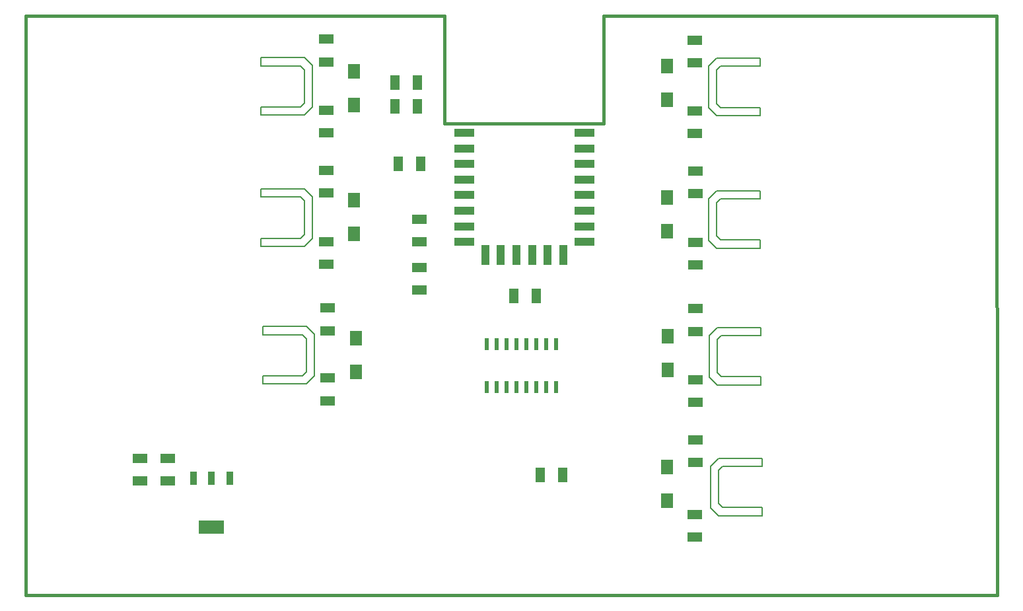
<source format=gbr>
G04 #@! TF.GenerationSoftware,KiCad,Pcbnew,(5.1.6)-1*
G04 #@! TF.CreationDate,2020-06-22T15:28:22+05:30*
G04 #@! TF.ProjectId,ESP8266_RelayBoard,45535038-3236-4365-9f52-656c6179426f,rev?*
G04 #@! TF.SameCoordinates,Original*
G04 #@! TF.FileFunction,Paste,Top*
G04 #@! TF.FilePolarity,Positive*
%FSLAX46Y46*%
G04 Gerber Fmt 4.6, Leading zero omitted, Abs format (unit mm)*
G04 Created by KiCad (PCBNEW (5.1.6)-1) date 2020-06-22 15:28:22*
%MOMM*%
%LPD*%
G01*
G04 APERTURE LIST*
G04 #@! TA.AperFunction,Profile*
%ADD10C,0.203200*%
G04 #@! TD*
G04 #@! TA.AperFunction,Profile*
%ADD11C,0.381000*%
G04 #@! TD*
%ADD12R,0.510000X1.500000*%
%ADD13R,3.200000X1.750000*%
%ADD14R,0.950000X1.750000*%
%ADD15R,2.500000X1.100000*%
%ADD16R,1.100000X2.500000*%
%ADD17R,1.270000X1.905000*%
%ADD18R,1.905000X1.270000*%
%ADD19R,1.524000X1.905000*%
G04 APERTURE END LIST*
D10*
X160464500Y-88265000D02*
X159448500Y-89281000D01*
X166052500Y-88265000D02*
X160464500Y-88265000D01*
X159448500Y-94615000D02*
X160464500Y-95631000D01*
X159448500Y-89281000D02*
X159448500Y-94615000D01*
X160464500Y-95631000D02*
X166052500Y-95631000D01*
X166052500Y-95631000D02*
X166052500Y-94551500D01*
X160464500Y-89789000D02*
X160972500Y-89281000D01*
X166052500Y-94551500D02*
X160972500Y-94551500D01*
X160464500Y-94043500D02*
X160464500Y-89789000D01*
X160972500Y-89281000D02*
X166052500Y-89281000D01*
X166052500Y-89281000D02*
X166052500Y-88265000D01*
X160972500Y-94551500D02*
X160464500Y-94043500D01*
X160337500Y-71501000D02*
X159321500Y-72517000D01*
X165925500Y-71501000D02*
X160337500Y-71501000D01*
X159321500Y-77851000D02*
X160337500Y-78867000D01*
X159321500Y-72517000D02*
X159321500Y-77851000D01*
X160337500Y-78867000D02*
X165925500Y-78867000D01*
X165925500Y-78867000D02*
X165925500Y-77787500D01*
X160337500Y-73025000D02*
X160845500Y-72517000D01*
X165925500Y-77787500D02*
X160845500Y-77787500D01*
X160337500Y-77279500D02*
X160337500Y-73025000D01*
X160845500Y-72517000D02*
X165925500Y-72517000D01*
X165925500Y-72517000D02*
X165925500Y-71501000D01*
X160845500Y-77787500D02*
X160337500Y-77279500D01*
X160274000Y-53975000D02*
X159258000Y-54991000D01*
X165862000Y-53975000D02*
X160274000Y-53975000D01*
X159258000Y-60325000D02*
X160274000Y-61341000D01*
X159258000Y-54991000D02*
X159258000Y-60325000D01*
X160274000Y-61341000D02*
X165862000Y-61341000D01*
X165862000Y-61341000D02*
X165862000Y-60261500D01*
X160274000Y-55499000D02*
X160782000Y-54991000D01*
X165862000Y-60261500D02*
X160782000Y-60261500D01*
X160274000Y-59753500D02*
X160274000Y-55499000D01*
X160782000Y-54991000D02*
X165862000Y-54991000D01*
X165862000Y-54991000D02*
X165862000Y-53975000D01*
X160782000Y-60261500D02*
X160274000Y-59753500D01*
X160274000Y-37020500D02*
X159258000Y-38036500D01*
X165862000Y-37020500D02*
X160274000Y-37020500D01*
X159258000Y-43370500D02*
X160274000Y-44386500D01*
X159258000Y-38036500D02*
X159258000Y-43370500D01*
X160274000Y-44386500D02*
X165862000Y-44386500D01*
X165862000Y-44386500D02*
X165862000Y-43307000D01*
X160274000Y-38544500D02*
X160782000Y-38036500D01*
X165862000Y-43307000D02*
X160782000Y-43307000D01*
X160274000Y-42799000D02*
X160274000Y-38544500D01*
X160782000Y-38036500D02*
X165862000Y-38036500D01*
X165862000Y-38036500D02*
X165862000Y-37020500D01*
X160782000Y-43307000D02*
X160274000Y-42799000D01*
X107378500Y-61087000D02*
X108394500Y-60071000D01*
X101790500Y-61087000D02*
X107378500Y-61087000D01*
X108394500Y-54737000D02*
X107378500Y-53721000D01*
X108394500Y-60071000D02*
X108394500Y-54737000D01*
X107378500Y-53721000D02*
X101790500Y-53721000D01*
X101790500Y-53721000D02*
X101790500Y-54800500D01*
X107378500Y-59563000D02*
X106870500Y-60071000D01*
X101790500Y-54800500D02*
X106870500Y-54800500D01*
X107378500Y-55308500D02*
X107378500Y-59563000D01*
X106870500Y-60071000D02*
X101790500Y-60071000D01*
X101790500Y-60071000D02*
X101790500Y-61087000D01*
X106870500Y-54800500D02*
X107378500Y-55308500D01*
X107696000Y-78740000D02*
X108712000Y-77724000D01*
X102108000Y-78740000D02*
X107696000Y-78740000D01*
X108712000Y-72390000D02*
X107696000Y-71374000D01*
X108712000Y-77724000D02*
X108712000Y-72390000D01*
X107696000Y-71374000D02*
X102108000Y-71374000D01*
X102108000Y-71374000D02*
X102108000Y-72453500D01*
X107696000Y-77216000D02*
X107188000Y-77724000D01*
X102108000Y-72453500D02*
X107188000Y-72453500D01*
X107696000Y-72961500D02*
X107696000Y-77216000D01*
X107188000Y-77724000D02*
X102108000Y-77724000D01*
X102108000Y-77724000D02*
X102108000Y-78740000D01*
X107188000Y-72453500D02*
X107696000Y-72961500D01*
X107378500Y-44259500D02*
X108394500Y-43243500D01*
X101790500Y-44259500D02*
X107378500Y-44259500D01*
X108394500Y-37909500D02*
X107378500Y-36893500D01*
X108394500Y-43243500D02*
X108394500Y-37909500D01*
X107378500Y-36893500D02*
X101790500Y-36893500D01*
X101790500Y-36893500D02*
X101790500Y-37973000D01*
X107378500Y-42735500D02*
X106870500Y-43243500D01*
X101790500Y-37973000D02*
X106870500Y-37973000D01*
X107378500Y-38481000D02*
X107378500Y-42735500D01*
X106870500Y-43243500D02*
X101790500Y-43243500D01*
X101790500Y-43243500D02*
X101790500Y-44259500D01*
X106870500Y-37973000D02*
X107378500Y-38481000D01*
D11*
X71691500Y-31559500D02*
X125349000Y-31559500D01*
X145732500Y-31559500D02*
X196151500Y-31559500D01*
X125349000Y-45339000D02*
X125349000Y-31559500D01*
X145732500Y-45339000D02*
X145732500Y-31559500D01*
X125349000Y-45339000D02*
X145732500Y-45339000D01*
X71691500Y-105791000D02*
X71691500Y-31559500D01*
X196215000Y-105791000D02*
X71691500Y-105791000D01*
X196151500Y-31559500D02*
X196215000Y-105791000D01*
D12*
X132080000Y-79160000D03*
X134620000Y-79160000D03*
X137160000Y-79160000D03*
X130810000Y-79160000D03*
X133350000Y-79160000D03*
X135890000Y-79160000D03*
X138430000Y-79160000D03*
X139700000Y-79160000D03*
X135890000Y-73660000D03*
X133350000Y-73660000D03*
X130810000Y-73660000D03*
X132080000Y-73660000D03*
X134620000Y-73660000D03*
X137160000Y-73660000D03*
X138430000Y-73660000D03*
X139700000Y-73660000D03*
D13*
X95504000Y-97130000D03*
D14*
X93204000Y-90830000D03*
X95504000Y-90830000D03*
X97804000Y-90830000D03*
D15*
X127887500Y-46545500D03*
X127887500Y-48545500D03*
X127887500Y-50545500D03*
X127887500Y-52545500D03*
X127887500Y-54545500D03*
X127887500Y-56545500D03*
X127887500Y-58545500D03*
X127887500Y-60545500D03*
X143287500Y-60545500D03*
X143287500Y-58545500D03*
X143287500Y-56545500D03*
X143287500Y-54545500D03*
X143287500Y-52545500D03*
X143287500Y-50545500D03*
X143287500Y-48545500D03*
X143287500Y-46545500D03*
D16*
X130577500Y-62245500D03*
X132577500Y-62245500D03*
X134577500Y-62245500D03*
X136577500Y-62245500D03*
X138577500Y-62245500D03*
X140577500Y-62245500D03*
D17*
X140515000Y-90424000D03*
X137615000Y-90424000D03*
X137149500Y-67500500D03*
X134249500Y-67500500D03*
X122341300Y-50558700D03*
X119441300Y-50558700D03*
X119020000Y-43180000D03*
X121920000Y-43180000D03*
D18*
X157416500Y-46651500D03*
X157416500Y-43751500D03*
X157543500Y-63466300D03*
X157543500Y-60566300D03*
X157505400Y-81114900D03*
X157505400Y-78214900D03*
X157480000Y-98351000D03*
X157480000Y-95451000D03*
X110363000Y-71922300D03*
X110363000Y-69022300D03*
X110172500Y-51367100D03*
X110172500Y-54267100D03*
X110172500Y-34554500D03*
X110172500Y-37454500D03*
X157416500Y-34709100D03*
X157416500Y-37609100D03*
X157543500Y-51443300D03*
X157543500Y-54343300D03*
X157505400Y-69100700D03*
X157505400Y-72000700D03*
X157518100Y-85890100D03*
X157518100Y-88790100D03*
X110363000Y-77988500D03*
X110363000Y-80888500D03*
X110172500Y-63438700D03*
X110172500Y-60538700D03*
X110172500Y-46549900D03*
X110172500Y-43649900D03*
D19*
X153885900Y-42303700D03*
X153885900Y-38003700D03*
X153911300Y-59185700D03*
X153911300Y-54885700D03*
X153936700Y-76923900D03*
X153936700Y-72623900D03*
X153924000Y-93717000D03*
X153924000Y-89417000D03*
X114046000Y-77216000D03*
X114046000Y-72916000D03*
X113792000Y-55224900D03*
X113792000Y-59524900D03*
X113779300Y-38680500D03*
X113779300Y-42980500D03*
D17*
X121920000Y-40132000D03*
X119020000Y-40132000D03*
D18*
X122110500Y-60515500D03*
X122110500Y-57615500D03*
X122174000Y-63828000D03*
X122174000Y-66728000D03*
X86360000Y-88286000D03*
X86360000Y-91186000D03*
X89916000Y-88286000D03*
X89916000Y-91186000D03*
M02*

</source>
